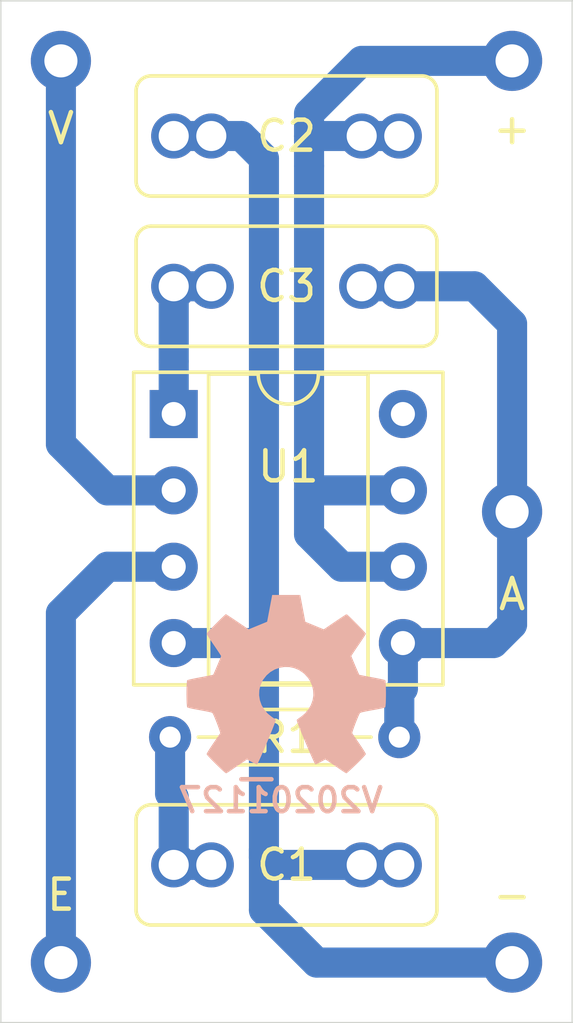
<source format=kicad_pcb>
(kicad_pcb (version 20171130) (host pcbnew 5.1.8-db9833491~87~ubuntu20.04.1)

  (general
    (thickness 1.6)
    (drawings 4)
    (tracks 49)
    (zones 0)
    (modules 12)
    (nets 9)
  )

  (page A4)
  (layers
    (0 F.Cu signal)
    (31 B.Cu signal)
    (32 B.Adhes user)
    (33 F.Adhes user)
    (34 B.Paste user)
    (35 F.Paste user)
    (36 B.SilkS user)
    (37 F.SilkS user)
    (38 B.Mask user)
    (39 F.Mask user)
    (40 Dwgs.User user)
    (41 Cmts.User user)
    (42 Eco1.User user)
    (43 Eco2.User user)
    (44 Edge.Cuts user)
    (45 Margin user)
    (46 B.CrtYd user)
    (47 F.CrtYd user)
    (48 B.Fab user)
    (49 F.Fab user)
  )

  (setup
    (last_trace_width 1)
    (user_trace_width 0.2)
    (user_trace_width 0.3)
    (user_trace_width 0.4)
    (user_trace_width 0.6)
    (user_trace_width 0.8)
    (user_trace_width 1)
    (user_trace_width 1.2)
    (user_trace_width 1.4)
    (user_trace_width 1.6)
    (user_trace_width 2)
    (trace_clearance 0.2)
    (zone_clearance 0.508)
    (zone_45_only no)
    (trace_min 0.1524)
    (via_size 0.8)
    (via_drill 0.4)
    (via_min_size 0.381)
    (via_min_drill 0.254)
    (user_via 0.4 0.254)
    (user_via 0.5 0.3)
    (user_via 0.6 0.4)
    (user_via 0.8 0.6)
    (user_via 1.1 0.8)
    (user_via 1.3 1)
    (user_via 1.5 1.2)
    (user_via 1.7 1.4)
    (user_via 1.9 1.6)
    (user_via 2.5 2)
    (uvia_size 0.3)
    (uvia_drill 0.1)
    (uvias_allowed no)
    (uvia_min_size 0.2)
    (uvia_min_drill 0.1)
    (edge_width 0.05)
    (segment_width 0.2)
    (pcb_text_width 0.3)
    (pcb_text_size 1.5 1.5)
    (mod_edge_width 0.12)
    (mod_text_size 0.8 0.8)
    (mod_text_width 0.12)
    (pad_size 1.524 1.524)
    (pad_drill 0.762)
    (pad_to_mask_clearance 0.0762)
    (solder_mask_min_width 0.1016)
    (pad_to_paste_clearance_ratio -0.1)
    (aux_axis_origin 0 0)
    (visible_elements FFFFFF7F)
    (pcbplotparams
      (layerselection 0x010fc_ffffffff)
      (usegerberextensions false)
      (usegerberattributes true)
      (usegerberadvancedattributes true)
      (creategerberjobfile true)
      (excludeedgelayer true)
      (linewidth 0.100000)
      (plotframeref false)
      (viasonmask false)
      (mode 1)
      (useauxorigin false)
      (hpglpennumber 1)
      (hpglpenspeed 20)
      (hpglpendiameter 15.000000)
      (psnegative false)
      (psa4output false)
      (plotreference true)
      (plotvalue true)
      (plotinvisibletext false)
      (padsonsilk false)
      (subtractmaskfromsilk false)
      (outputformat 1)
      (mirror false)
      (drillshape 1)
      (scaleselection 1)
      (outputdirectory ""))
  )

  (net 0 "")
  (net 1 "Net-(J1-Pad1)")
  (net 2 "Net-(C1-Pad1)")
  (net 3 "Net-(C3-Pad2)")
  (net 4 "Net-(C3-Pad1)")
  (net 5 "Net-(J3-Pad1)")
  (net 6 "Net-(U1-Pad8)")
  (net 7 /GND)
  (net 8 /VCC)

  (net_class Default "This is the default net class."
    (clearance 0.2)
    (trace_width 0.25)
    (via_dia 0.8)
    (via_drill 0.4)
    (uvia_dia 0.3)
    (uvia_drill 0.1)
    (add_net /GND)
    (add_net /VCC)
    (add_net "Net-(C1-Pad1)")
    (add_net "Net-(C3-Pad1)")
    (add_net "Net-(C3-Pad2)")
    (add_net "Net-(J1-Pad1)")
    (add_net "Net-(J3-Pad1)")
    (add_net "Net-(U1-Pad8)")
  )

  (module SquantorRcl:C-050_075-040X100 (layer F.Cu) (tedit 5FBEDBB2) (tstamp 5FBCA283)
    (at 149.5 65.5 180)
    (descr "Through hole Film capacitor multipitch 5.0mm and 7.5mm size 4.0 by 10.0mm")
    (tags "Film capacitor multipitch")
    (path /5FBCDCDE)
    (fp_text reference C2 (at 0 0) (layer F.SilkS)
      (effects (font (size 1 1) (thickness 0.15)))
    )
    (fp_text value 330n (at 0 0) (layer F.Fab)
      (effects (font (size 1 1) (thickness 0.15)))
    )
    (fp_line (start -4.5 2) (end 4.5 2) (layer F.SilkS) (width 0.12))
    (fp_line (start 5 1.5) (end 5 -1.5) (layer F.SilkS) (width 0.12))
    (fp_line (start 4.5 -2) (end -4.5 -2) (layer F.SilkS) (width 0.12))
    (fp_line (start -5 -1.5) (end -5 1.5) (layer F.SilkS) (width 0.12))
    (fp_line (start -5.5 -2.5) (end -5.5 2.5) (layer F.CrtYd) (width 0.025))
    (fp_line (start -5.5 2.5) (end 5.5 2.5) (layer F.CrtYd) (width 0.025))
    (fp_line (start 5.5 2.5) (end 5.5 -2.5) (layer F.CrtYd) (width 0.025))
    (fp_line (start 5.5 -2.5) (end -5.5 -2.5) (layer F.CrtYd) (width 0.025))
    (fp_arc (start -4.5 -1.5) (end -4.5 -2) (angle -90) (layer F.SilkS) (width 0.12))
    (fp_arc (start 4.5 -1.5) (end 5 -1.5) (angle -90) (layer F.SilkS) (width 0.12))
    (fp_arc (start 4.5 1.5) (end 4.5 2) (angle -90) (layer F.SilkS) (width 0.12))
    (fp_arc (start -4.5 1.5) (end -5 1.5) (angle -90) (layer F.SilkS) (width 0.12))
    (pad 2 thru_hole circle (at 3.75 0 180) (size 1.5 1.5) (drill 1) (layers *.Cu *.Mask)
      (net 7 /GND))
    (pad 2 thru_hole circle (at 2.5 0 180) (size 1.5 1.5) (drill 1) (layers *.Cu *.Mask)
      (net 7 /GND))
    (pad 1 thru_hole circle (at -3.75 0 180) (size 1.5 1.5) (drill 1) (layers *.Cu *.Mask)
      (net 8 /VCC))
    (pad 1 thru_hole circle (at -2.5 0 180) (size 1.5 1.5) (drill 1) (layers *.Cu *.Mask)
      (net 8 /VCC))
    (model ${KISYS3DMOD}/Capacitor_THT.3dshapes/C_Rect_L10.0mm_W4.0mm_P7.50mm_FKS3_FKP3.step
      (offset (xyz -3.75 0 0))
      (scale (xyz 1 1 1))
      (rotate (xyz 0 0 0))
    )
    (model ${KISYS3DMOD}/Capacitor_THT.3dshapes/C_Rect_L7.2mm_W3.5mm_P5.00mm_FKS2_FKP2_MKS2_MKP2.step
      (offset (xyz -2.5 0 0))
      (scale (xyz 1 1 1))
      (rotate (xyz 0 0 0))
    )
  )

  (module SquantorRcl:C-050_075-040X100 (layer F.Cu) (tedit 5FBEDBB2) (tstamp 5FBCA299)
    (at 149.5 70.5 180)
    (descr "Through hole Film capacitor multipitch 5.0mm and 7.5mm size 4.0 by 10.0mm")
    (tags "Film capacitor multipitch")
    (path /5FBCFC1E)
    (fp_text reference C3 (at 0 0) (layer F.SilkS)
      (effects (font (size 1 1) (thickness 0.15)))
    )
    (fp_text value 330p (at 0 0) (layer F.Fab)
      (effects (font (size 1 1) (thickness 0.15)))
    )
    (fp_line (start -4.5 2) (end 4.5 2) (layer F.SilkS) (width 0.12))
    (fp_line (start 5 1.5) (end 5 -1.5) (layer F.SilkS) (width 0.12))
    (fp_line (start 4.5 -2) (end -4.5 -2) (layer F.SilkS) (width 0.12))
    (fp_line (start -5 -1.5) (end -5 1.5) (layer F.SilkS) (width 0.12))
    (fp_line (start -5.5 -2.5) (end -5.5 2.5) (layer F.CrtYd) (width 0.025))
    (fp_line (start -5.5 2.5) (end 5.5 2.5) (layer F.CrtYd) (width 0.025))
    (fp_line (start 5.5 2.5) (end 5.5 -2.5) (layer F.CrtYd) (width 0.025))
    (fp_line (start 5.5 -2.5) (end -5.5 -2.5) (layer F.CrtYd) (width 0.025))
    (fp_arc (start -4.5 -1.5) (end -4.5 -2) (angle -90) (layer F.SilkS) (width 0.12))
    (fp_arc (start 4.5 -1.5) (end 5 -1.5) (angle -90) (layer F.SilkS) (width 0.12))
    (fp_arc (start 4.5 1.5) (end 4.5 2) (angle -90) (layer F.SilkS) (width 0.12))
    (fp_arc (start -4.5 1.5) (end -5 1.5) (angle -90) (layer F.SilkS) (width 0.12))
    (pad 2 thru_hole circle (at 3.75 0 180) (size 1.5 1.5) (drill 1) (layers *.Cu *.Mask)
      (net 3 "Net-(C3-Pad2)"))
    (pad 2 thru_hole circle (at 2.5 0 180) (size 1.5 1.5) (drill 1) (layers *.Cu *.Mask)
      (net 3 "Net-(C3-Pad2)"))
    (pad 1 thru_hole circle (at -3.75 0 180) (size 1.5 1.5) (drill 1) (layers *.Cu *.Mask)
      (net 4 "Net-(C3-Pad1)"))
    (pad 1 thru_hole circle (at -2.5 0 180) (size 1.5 1.5) (drill 1) (layers *.Cu *.Mask)
      (net 4 "Net-(C3-Pad1)"))
    (model ${KISYS3DMOD}/Capacitor_THT.3dshapes/C_Rect_L10.0mm_W4.0mm_P7.50mm_FKS3_FKP3.step
      (offset (xyz -3.75 0 0))
      (scale (xyz 1 1 1))
      (rotate (xyz 0 0 0))
    )
    (model ${KISYS3DMOD}/Capacitor_THT.3dshapes/C_Rect_L7.2mm_W3.5mm_P5.00mm_FKS2_FKP2_MKS2_MKP2.step
      (offset (xyz -2.5 0 0))
      (scale (xyz 1 1 1))
      (rotate (xyz 0 0 0))
    )
  )

  (module SquantorRcl:C-050_075-040X100 (layer F.Cu) (tedit 5FBEDBB2) (tstamp 5FBCA26D)
    (at 149.5 89.75)
    (descr "Through hole Film capacitor multipitch 5.0mm and 7.5mm size 4.0 by 10.0mm")
    (tags "Film capacitor multipitch")
    (path /5FBDD6BB)
    (fp_text reference C1 (at 0 0) (layer F.SilkS)
      (effects (font (size 1 1) (thickness 0.15)))
    )
    (fp_text value 330n (at 0 0) (layer F.Fab)
      (effects (font (size 1 1) (thickness 0.15)))
    )
    (fp_line (start -4.5 2) (end 4.5 2) (layer F.SilkS) (width 0.12))
    (fp_line (start 5 1.5) (end 5 -1.5) (layer F.SilkS) (width 0.12))
    (fp_line (start 4.5 -2) (end -4.5 -2) (layer F.SilkS) (width 0.12))
    (fp_line (start -5 -1.5) (end -5 1.5) (layer F.SilkS) (width 0.12))
    (fp_line (start -5.5 -2.5) (end -5.5 2.5) (layer F.CrtYd) (width 0.025))
    (fp_line (start -5.5 2.5) (end 5.5 2.5) (layer F.CrtYd) (width 0.025))
    (fp_line (start 5.5 2.5) (end 5.5 -2.5) (layer F.CrtYd) (width 0.025))
    (fp_line (start 5.5 -2.5) (end -5.5 -2.5) (layer F.CrtYd) (width 0.025))
    (fp_arc (start -4.5 -1.5) (end -4.5 -2) (angle -90) (layer F.SilkS) (width 0.12))
    (fp_arc (start 4.5 -1.5) (end 5 -1.5) (angle -90) (layer F.SilkS) (width 0.12))
    (fp_arc (start 4.5 1.5) (end 4.5 2) (angle -90) (layer F.SilkS) (width 0.12))
    (fp_arc (start -4.5 1.5) (end -5 1.5) (angle -90) (layer F.SilkS) (width 0.12))
    (pad 2 thru_hole circle (at 3.75 0) (size 1.5 1.5) (drill 1) (layers *.Cu *.Mask)
      (net 7 /GND))
    (pad 2 thru_hole circle (at 2.5 0) (size 1.5 1.5) (drill 1) (layers *.Cu *.Mask)
      (net 7 /GND))
    (pad 1 thru_hole circle (at -3.75 0) (size 1.5 1.5) (drill 1) (layers *.Cu *.Mask)
      (net 2 "Net-(C1-Pad1)"))
    (pad 1 thru_hole circle (at -2.5 0) (size 1.5 1.5) (drill 1) (layers *.Cu *.Mask)
      (net 2 "Net-(C1-Pad1)"))
    (model ${KISYS3DMOD}/Capacitor_THT.3dshapes/C_Rect_L10.0mm_W4.0mm_P7.50mm_FKS3_FKP3.step
      (offset (xyz -3.75 0 0))
      (scale (xyz 1 1 1))
      (rotate (xyz 0 0 0))
    )
    (model ${KISYS3DMOD}/Capacitor_THT.3dshapes/C_Rect_L7.2mm_W3.5mm_P5.00mm_FKS2_FKP2_MKS2_MKP2.step
      (offset (xyz -2.5 0 0))
      (scale (xyz 1 1 1))
      (rotate (xyz 0 0 0))
    )
  )

  (module Resistor_THT:R_Axial_DIN0204_L3.6mm_D1.6mm_P7.62mm_Horizontal (layer F.Cu) (tedit 5AE5139B) (tstamp 5FBCB33E)
    (at 153.25 85.5 180)
    (descr "Resistor, Axial_DIN0204 series, Axial, Horizontal, pin pitch=7.62mm, 0.167W, length*diameter=3.6*1.6mm^2, http://cdn-reichelt.de/documents/datenblatt/B400/1_4W%23YAG.pdf")
    (tags "Resistor Axial_DIN0204 series Axial Horizontal pin pitch 7.62mm 0.167W length 3.6mm diameter 1.6mm")
    (path /5FBDE072)
    (fp_text reference R1 (at 3.75 0) (layer F.SilkS)
      (effects (font (size 1 1) (thickness 0.15)))
    )
    (fp_text value 1 (at 3.81 1.92) (layer F.Fab)
      (effects (font (size 1 1) (thickness 0.15)))
    )
    (fp_line (start 2.01 -0.8) (end 2.01 0.8) (layer F.Fab) (width 0.1))
    (fp_line (start 2.01 0.8) (end 5.61 0.8) (layer F.Fab) (width 0.1))
    (fp_line (start 5.61 0.8) (end 5.61 -0.8) (layer F.Fab) (width 0.1))
    (fp_line (start 5.61 -0.8) (end 2.01 -0.8) (layer F.Fab) (width 0.1))
    (fp_line (start 0 0) (end 2.01 0) (layer F.Fab) (width 0.1))
    (fp_line (start 7.62 0) (end 5.61 0) (layer F.Fab) (width 0.1))
    (fp_line (start 1.89 -0.92) (end 1.89 0.92) (layer F.SilkS) (width 0.12))
    (fp_line (start 1.89 0.92) (end 5.73 0.92) (layer F.SilkS) (width 0.12))
    (fp_line (start 5.73 0.92) (end 5.73 -0.92) (layer F.SilkS) (width 0.12))
    (fp_line (start 5.73 -0.92) (end 1.89 -0.92) (layer F.SilkS) (width 0.12))
    (fp_line (start 0.94 0) (end 1.89 0) (layer F.SilkS) (width 0.12))
    (fp_line (start 6.68 0) (end 5.73 0) (layer F.SilkS) (width 0.12))
    (fp_line (start -0.95 -1.05) (end -0.95 1.05) (layer F.CrtYd) (width 0.05))
    (fp_line (start -0.95 1.05) (end 8.57 1.05) (layer F.CrtYd) (width 0.05))
    (fp_line (start 8.57 1.05) (end 8.57 -1.05) (layer F.CrtYd) (width 0.05))
    (fp_line (start 8.57 -1.05) (end -0.95 -1.05) (layer F.CrtYd) (width 0.05))
    (fp_text user %R (at 3.81 0) (layer F.Fab)
      (effects (font (size 0.72 0.72) (thickness 0.108)))
    )
    (pad 2 thru_hole oval (at 7.62 0 180) (size 1.4 1.4) (drill 0.7) (layers *.Cu *.Mask)
      (net 2 "Net-(C1-Pad1)"))
    (pad 1 thru_hole circle (at 0 0 180) (size 1.4 1.4) (drill 0.7) (layers *.Cu *.Mask)
      (net 4 "Net-(C3-Pad1)"))
    (model ${KISYS3DMOD}/Resistor_THT.3dshapes/R_Axial_DIN0204_L3.6mm_D1.6mm_P7.62mm_Horizontal.wrl
      (at (xyz 0 0 0))
      (scale (xyz 1 1 1))
      (rotate (xyz 0 0 0))
    )
  )

  (module Package_DIP:DIP-8_W7.62mm_Socket (layer F.Cu) (tedit 5A02E8C5) (tstamp 5FBCA404)
    (at 145.75 74.75)
    (descr "8-lead though-hole mounted DIP package, row spacing 7.62 mm (300 mils), Socket")
    (tags "THT DIP DIL PDIP 2.54mm 7.62mm 300mil Socket")
    (path /5FBCB5FF)
    (fp_text reference U1 (at 3.81 1.75) (layer F.SilkS)
      (effects (font (size 1 1) (thickness 0.15)))
    )
    (fp_text value TBA820M (at 3.75 3.75) (layer F.Fab)
      (effects (font (size 1 1) (thickness 0.15)))
    )
    (fp_line (start 1.635 -1.27) (end 6.985 -1.27) (layer F.Fab) (width 0.1))
    (fp_line (start 6.985 -1.27) (end 6.985 8.89) (layer F.Fab) (width 0.1))
    (fp_line (start 6.985 8.89) (end 0.635 8.89) (layer F.Fab) (width 0.1))
    (fp_line (start 0.635 8.89) (end 0.635 -0.27) (layer F.Fab) (width 0.1))
    (fp_line (start 0.635 -0.27) (end 1.635 -1.27) (layer F.Fab) (width 0.1))
    (fp_line (start -1.27 -1.33) (end -1.27 8.95) (layer F.Fab) (width 0.1))
    (fp_line (start -1.27 8.95) (end 8.89 8.95) (layer F.Fab) (width 0.1))
    (fp_line (start 8.89 8.95) (end 8.89 -1.33) (layer F.Fab) (width 0.1))
    (fp_line (start 8.89 -1.33) (end -1.27 -1.33) (layer F.Fab) (width 0.1))
    (fp_line (start 2.81 -1.33) (end 1.16 -1.33) (layer F.SilkS) (width 0.12))
    (fp_line (start 1.16 -1.33) (end 1.16 8.95) (layer F.SilkS) (width 0.12))
    (fp_line (start 1.16 8.95) (end 6.46 8.95) (layer F.SilkS) (width 0.12))
    (fp_line (start 6.46 8.95) (end 6.46 -1.33) (layer F.SilkS) (width 0.12))
    (fp_line (start 6.46 -1.33) (end 4.81 -1.33) (layer F.SilkS) (width 0.12))
    (fp_line (start -1.33 -1.39) (end -1.33 9.01) (layer F.SilkS) (width 0.12))
    (fp_line (start -1.33 9.01) (end 8.95 9.01) (layer F.SilkS) (width 0.12))
    (fp_line (start 8.95 9.01) (end 8.95 -1.39) (layer F.SilkS) (width 0.12))
    (fp_line (start 8.95 -1.39) (end -1.33 -1.39) (layer F.SilkS) (width 0.12))
    (fp_line (start -1.55 -1.6) (end -1.55 9.2) (layer F.CrtYd) (width 0.05))
    (fp_line (start -1.55 9.2) (end 9.15 9.2) (layer F.CrtYd) (width 0.05))
    (fp_line (start 9.15 9.2) (end 9.15 -1.6) (layer F.CrtYd) (width 0.05))
    (fp_line (start 9.15 -1.6) (end -1.55 -1.6) (layer F.CrtYd) (width 0.05))
    (fp_text user %R (at 3.81 3.81) (layer F.Fab)
      (effects (font (size 1 1) (thickness 0.15)))
    )
    (fp_arc (start 3.81 -1.33) (end 2.81 -1.33) (angle -180) (layer F.SilkS) (width 0.12))
    (pad 8 thru_hole oval (at 7.62 0) (size 1.6 1.6) (drill 0.8) (layers *.Cu *.Mask)
      (net 6 "Net-(U1-Pad8)"))
    (pad 4 thru_hole oval (at 0 7.62) (size 1.6 1.6) (drill 0.8) (layers *.Cu *.Mask)
      (net 7 /GND))
    (pad 7 thru_hole oval (at 7.62 2.54) (size 1.6 1.6) (drill 0.8) (layers *.Cu *.Mask)
      (net 8 /VCC))
    (pad 3 thru_hole oval (at 0 5.08) (size 1.6 1.6) (drill 0.8) (layers *.Cu *.Mask)
      (net 5 "Net-(J3-Pad1)"))
    (pad 6 thru_hole oval (at 7.62 5.08) (size 1.6 1.6) (drill 0.8) (layers *.Cu *.Mask)
      (net 8 /VCC))
    (pad 2 thru_hole oval (at 0 2.54) (size 1.6 1.6) (drill 0.8) (layers *.Cu *.Mask)
      (net 1 "Net-(J1-Pad1)"))
    (pad 5 thru_hole oval (at 7.62 7.62) (size 1.6 1.6) (drill 0.8) (layers *.Cu *.Mask)
      (net 4 "Net-(C3-Pad1)"))
    (pad 1 thru_hole rect (at 0 0) (size 1.6 1.6) (drill 0.8) (layers *.Cu *.Mask)
      (net 3 "Net-(C3-Pad2)"))
    (model ${KISYS3DMOD}/Package_DIP.3dshapes/DIP-8_W7.62mm_Socket.wrl
      (at (xyz 0 0 0))
      (scale (xyz 1 1 1))
      (rotate (xyz 0 0 0))
    )
  )

  (module mill-max:PC_pin_nail_head_6092 locked (layer F.Cu) (tedit 5FB583BD) (tstamp 5FB6EAD7)
    (at 157 63)
    (path /5FB6F255)
    (fp_text reference J6 (at 0 2.5) (layer F.Fab)
      (effects (font (size 1 1) (thickness 0.15)))
    )
    (fp_text value + (at 0 2.25) (layer F.SilkS)
      (effects (font (size 1 1) (thickness 0.15)))
    )
    (fp_circle (center 0 0) (end 1.3 0) (layer F.CrtYd) (width 0.025))
    (fp_circle (center 0 0) (end 1.3 0) (layer B.CrtYd) (width 0.025))
    (pad 1 thru_hole circle (at 0 0) (size 2 2) (drill 1.1) (layers *.Cu *.Mask)
      (net 8 /VCC))
  )

  (module mill-max:PC_pin_nail_head_6092 locked (layer F.Cu) (tedit 5FB583BD) (tstamp 5FB6EAD0)
    (at 157 78)
    (path /5FB6ECA4)
    (fp_text reference J5 (at 0 2.75) (layer F.Fab)
      (effects (font (size 1 1) (thickness 0.15)))
    )
    (fp_text value A (at 0 2.75) (layer F.SilkS)
      (effects (font (size 1 1) (thickness 0.15)))
    )
    (fp_circle (center 0 0) (end 1.3 0) (layer F.CrtYd) (width 0.025))
    (fp_circle (center 0 0) (end 1.3 0) (layer B.CrtYd) (width 0.025))
    (pad 1 thru_hole circle (at 0 0) (size 2 2) (drill 1.1) (layers *.Cu *.Mask)
      (net 4 "Net-(C3-Pad1)"))
  )

  (module mill-max:PC_pin_nail_head_6092 locked (layer F.Cu) (tedit 5FB583BD) (tstamp 5FB6EB0F)
    (at 157 93)
    (path /5FB5975F)
    (fp_text reference J4 (at 0 -2.25) (layer F.Fab)
      (effects (font (size 1 1) (thickness 0.15)))
    )
    (fp_text value - (at 0 -2.25) (layer F.SilkS)
      (effects (font (size 1 1) (thickness 0.15)))
    )
    (fp_circle (center 0 0) (end 1.3 0) (layer B.CrtYd) (width 0.025))
    (fp_circle (center 0 0) (end 1.3 0) (layer F.CrtYd) (width 0.025))
    (pad 1 thru_hole circle (at 0 0) (size 2 2) (drill 1.1) (layers *.Cu *.Mask)
      (net 7 /GND))
  )

  (module mill-max:PC_pin_nail_head_6092 locked (layer F.Cu) (tedit 5FB583BD) (tstamp 5FB5E4C2)
    (at 142 93)
    (path /5FB592C5)
    (fp_text reference J3 (at 0 -2.25) (layer F.Fab)
      (effects (font (size 1 1) (thickness 0.15)))
    )
    (fp_text value E (at 0 -2.25) (layer F.SilkS)
      (effects (font (size 1 1) (thickness 0.15)))
    )
    (fp_circle (center 0 0) (end 1.3 0) (layer B.CrtYd) (width 0.025))
    (fp_circle (center 0 0) (end 1.3 0) (layer F.CrtYd) (width 0.025))
    (pad 1 thru_hole circle (at 0 0) (size 2 2) (drill 1.1) (layers *.Cu *.Mask)
      (net 5 "Net-(J3-Pad1)"))
  )

  (module mill-max:PC_pin_nail_head_6092 locked (layer F.Cu) (tedit 5FB583BD) (tstamp 5FB5E4B4)
    (at 142 63)
    (path /5FB58B49)
    (fp_text reference J1 (at 0 2.25) (layer F.Fab)
      (effects (font (size 1 1) (thickness 0.15)))
    )
    (fp_text value V (at 0 2.25) (layer F.SilkS)
      (effects (font (size 1 1) (thickness 0.15)))
    )
    (fp_circle (center 0 0) (end 1.3 0) (layer B.CrtYd) (width 0.025))
    (fp_circle (center 0 0) (end 1.3 0) (layer F.CrtYd) (width 0.025))
    (pad 1 thru_hole circle (at 0 0) (size 2 2) (drill 1.1) (layers *.Cu *.Mask)
      (net 1 "Net-(J1-Pad1)"))
  )

  (module Symbol:OSHW-Symbol_6.7x6mm_SilkScreen (layer B.Cu) (tedit 0) (tstamp 5EE12086)
    (at 149.5 83.75 180)
    (descr "Open Source Hardware Symbol")
    (tags "Logo Symbol OSHW")
    (path /5EE13678)
    (attr virtual)
    (fp_text reference N2 (at 0 0) (layer B.SilkS) hide
      (effects (font (size 1 1) (thickness 0.15)) (justify mirror))
    )
    (fp_text value OHWLOGO (at 0.75 0) (layer B.Fab) hide
      (effects (font (size 1 1) (thickness 0.15)) (justify mirror))
    )
    (fp_poly (pts (xy 0.555814 2.531069) (xy 0.639635 2.086445) (xy 0.94892 1.958947) (xy 1.258206 1.831449)
      (xy 1.629246 2.083754) (xy 1.733157 2.154004) (xy 1.827087 2.216728) (xy 1.906652 2.269062)
      (xy 1.96747 2.308143) (xy 2.005157 2.331107) (xy 2.015421 2.336058) (xy 2.03391 2.323324)
      (xy 2.07342 2.288118) (xy 2.129522 2.234938) (xy 2.197787 2.168282) (xy 2.273786 2.092646)
      (xy 2.353092 2.012528) (xy 2.431275 1.932426) (xy 2.503907 1.856836) (xy 2.566559 1.790255)
      (xy 2.614803 1.737182) (xy 2.64421 1.702113) (xy 2.651241 1.690377) (xy 2.641123 1.66874)
      (xy 2.612759 1.621338) (xy 2.569129 1.552807) (xy 2.513218 1.467785) (xy 2.448006 1.370907)
      (xy 2.410219 1.31565) (xy 2.341343 1.214752) (xy 2.28014 1.123701) (xy 2.229578 1.04703)
      (xy 2.192628 0.989272) (xy 2.172258 0.954957) (xy 2.169197 0.947746) (xy 2.176136 0.927252)
      (xy 2.195051 0.879487) (xy 2.223087 0.811168) (xy 2.257391 0.729011) (xy 2.295109 0.63973)
      (xy 2.333387 0.550042) (xy 2.36937 0.466662) (xy 2.400206 0.396306) (xy 2.423039 0.34569)
      (xy 2.435017 0.321529) (xy 2.435724 0.320578) (xy 2.454531 0.315964) (xy 2.504618 0.305672)
      (xy 2.580793 0.290713) (xy 2.677865 0.272099) (xy 2.790643 0.250841) (xy 2.856442 0.238582)
      (xy 2.97695 0.215638) (xy 3.085797 0.193805) (xy 3.177476 0.174278) (xy 3.246481 0.158252)
      (xy 3.287304 0.146921) (xy 3.295511 0.143326) (xy 3.303548 0.118994) (xy 3.310033 0.064041)
      (xy 3.31497 -0.015108) (xy 3.318364 -0.112026) (xy 3.320218 -0.220287) (xy 3.320538 -0.333465)
      (xy 3.319327 -0.445135) (xy 3.31659 -0.548868) (xy 3.312331 -0.638241) (xy 3.306555 -0.706826)
      (xy 3.299267 -0.748197) (xy 3.294895 -0.75681) (xy 3.268764 -0.767133) (xy 3.213393 -0.781892)
      (xy 3.136107 -0.799352) (xy 3.04423 -0.81778) (xy 3.012158 -0.823741) (xy 2.857524 -0.852066)
      (xy 2.735375 -0.874876) (xy 2.641673 -0.89308) (xy 2.572384 -0.907583) (xy 2.523471 -0.919292)
      (xy 2.490897 -0.929115) (xy 2.470628 -0.937956) (xy 2.458626 -0.946724) (xy 2.456947 -0.948457)
      (xy 2.440184 -0.976371) (xy 2.414614 -1.030695) (xy 2.382788 -1.104777) (xy 2.34726 -1.191965)
      (xy 2.310583 -1.285608) (xy 2.275311 -1.379052) (xy 2.243996 -1.465647) (xy 2.219193 -1.53874)
      (xy 2.203454 -1.591678) (xy 2.199332 -1.617811) (xy 2.199676 -1.618726) (xy 2.213641 -1.640086)
      (xy 2.245322 -1.687084) (xy 2.291391 -1.754827) (xy 2.348518 -1.838423) (xy 2.413373 -1.932982)
      (xy 2.431843 -1.959854) (xy 2.497699 -2.057275) (xy 2.55565 -2.146163) (xy 2.602538 -2.221412)
      (xy 2.635207 -2.27792) (xy 2.6505 -2.310581) (xy 2.651241 -2.314593) (xy 2.638392 -2.335684)
      (xy 2.602888 -2.377464) (xy 2.549293 -2.435445) (xy 2.482171 -2.505135) (xy 2.406087 -2.582045)
      (xy 2.325604 -2.661683) (xy 2.245287 -2.739561) (xy 2.169699 -2.811186) (xy 2.103405 -2.87207)
      (xy 2.050969 -2.917721) (xy 2.016955 -2.94365) (xy 2.007545 -2.947883) (xy 1.985643 -2.937912)
      (xy 1.9408 -2.91102) (xy 1.880321 -2.871736) (xy 1.833789 -2.840117) (xy 1.749475 -2.782098)
      (xy 1.649626 -2.713784) (xy 1.549473 -2.645579) (xy 1.495627 -2.609075) (xy 1.313371 -2.4858)
      (xy 1.160381 -2.56852) (xy 1.090682 -2.604759) (xy 1.031414 -2.632926) (xy 0.991311 -2.648991)
      (xy 0.981103 -2.651226) (xy 0.968829 -2.634722) (xy 0.944613 -2.588082) (xy 0.910263 -2.515609)
      (xy 0.867588 -2.421606) (xy 0.818394 -2.310374) (xy 0.76449 -2.186215) (xy 0.707684 -2.053432)
      (xy 0.649782 -1.916327) (xy 0.592593 -1.779202) (xy 0.537924 -1.646358) (xy 0.487584 -1.522098)
      (xy 0.44338 -1.410725) (xy 0.407119 -1.316539) (xy 0.380609 -1.243844) (xy 0.365658 -1.196941)
      (xy 0.363254 -1.180833) (xy 0.382311 -1.160286) (xy 0.424036 -1.126933) (xy 0.479706 -1.087702)
      (xy 0.484378 -1.084599) (xy 0.628264 -0.969423) (xy 0.744283 -0.835053) (xy 0.83143 -0.685784)
      (xy 0.888699 -0.525913) (xy 0.915086 -0.359737) (xy 0.909585 -0.191552) (xy 0.87119 -0.025655)
      (xy 0.798895 0.133658) (xy 0.777626 0.168513) (xy 0.666996 0.309263) (xy 0.536302 0.422286)
      (xy 0.390064 0.506997) (xy 0.232808 0.562806) (xy 0.069057 0.589126) (xy -0.096667 0.58537)
      (xy -0.259838 0.55095) (xy -0.415935 0.485277) (xy -0.560433 0.387765) (xy -0.605131 0.348187)
      (xy -0.718888 0.224297) (xy -0.801782 0.093876) (xy -0.858644 -0.052315) (xy -0.890313 -0.197088)
      (xy -0.898131 -0.35986) (xy -0.872062 -0.52344) (xy -0.814755 -0.682298) (xy -0.728856 -0.830906)
      (xy -0.617014 -0.963735) (xy -0.481877 -1.075256) (xy -0.464117 -1.087011) (xy -0.40785 -1.125508)
      (xy -0.365077 -1.158863) (xy -0.344628 -1.18016) (xy -0.344331 -1.180833) (xy -0.348721 -1.203871)
      (xy -0.366124 -1.256157) (xy -0.394732 -1.33339) (xy -0.432735 -1.431268) (xy -0.478326 -1.545491)
      (xy -0.529697 -1.671758) (xy -0.585038 -1.805767) (xy -0.642542 -1.943218) (xy -0.700399 -2.079808)
      (xy -0.756802 -2.211237) (xy -0.809942 -2.333205) (xy -0.85801 -2.441409) (xy -0.899199 -2.531549)
      (xy -0.931699 -2.599323) (xy -0.953703 -2.64043) (xy -0.962564 -2.651226) (xy -0.98964 -2.642819)
      (xy -1.040303 -2.620272) (xy -1.105817 -2.587613) (xy -1.141841 -2.56852) (xy -1.294832 -2.4858)
      (xy -1.477088 -2.609075) (xy -1.570125 -2.672228) (xy -1.671985 -2.741727) (xy -1.767438 -2.807165)
      (xy -1.81525 -2.840117) (xy -1.882495 -2.885273) (xy -1.939436 -2.921057) (xy -1.978646 -2.942938)
      (xy -1.991381 -2.947563) (xy -2.009917 -2.935085) (xy -2.050941 -2.900252) (xy -2.110475 -2.846678)
      (xy -2.184542 -2.777983) (xy -2.269165 -2.697781) (xy -2.322685 -2.646286) (xy -2.416319 -2.554286)
      (xy -2.497241 -2.471999) (xy -2.562177 -2.402945) (xy -2.607858 -2.350644) (xy -2.631011 -2.318616)
      (xy -2.633232 -2.312116) (xy -2.622924 -2.287394) (xy -2.594439 -2.237405) (xy -2.550937 -2.167212)
      (xy -2.495577 -2.081875) (xy -2.43152 -1.986456) (xy -2.413303 -1.959854) (xy -2.346927 -1.863167)
      (xy -2.287378 -1.776117) (xy -2.237984 -1.703595) (xy -2.202075 -1.650493) (xy -2.182981 -1.621703)
      (xy -2.181136 -1.618726) (xy -2.183895 -1.595782) (xy -2.198538 -1.545336) (xy -2.222513 -1.474041)
      (xy -2.253266 -1.388547) (xy -2.288244 -1.295507) (xy -2.324893 -1.201574) (xy -2.360661 -1.113399)
      (xy -2.392994 -1.037634) (xy -2.419338 -0.980931) (xy -2.437142 -0.949943) (xy -2.438407 -0.948457)
      (xy -2.449294 -0.939601) (xy -2.467682 -0.930843) (xy -2.497606 -0.921277) (xy -2.543103 -0.909996)
      (xy -2.608209 -0.896093) (xy -2.696961 -0.878663) (xy -2.813393 -0.856798) (xy -2.961542 -0.829591)
      (xy -2.993618 -0.823741) (xy -3.088686 -0.805374) (xy -3.171565 -0.787405) (xy -3.23493 -0.771569)
      (xy -3.271458 -0.7596) (xy -3.276356 -0.75681) (xy -3.284427 -0.732072) (xy -3.290987 -0.67679)
      (xy -3.296033 -0.597389) (xy -3.299559 -0.500296) (xy -3.301561 -0.391938) (xy -3.302036 -0.27874)
      (xy -3.300977 -0.167128) (xy -3.298382 -0.063529) (xy -3.294246 0.025632) (xy -3.288563 0.093928)
      (xy -3.281331 0.134934) (xy -3.276971 0.143326) (xy -3.252698 0.151792) (xy -3.197426 0.165565)
      (xy -3.116662 0.18345) (xy -3.015912 0.204252) (xy -2.900683 0.226777) (xy -2.837902 0.238582)
      (xy -2.718787 0.260849) (xy -2.612565 0.281021) (xy -2.524427 0.298085) (xy -2.459566 0.311031)
      (xy -2.423174 0.318845) (xy -2.417184 0.320578) (xy -2.407061 0.34011) (xy -2.385662 0.387157)
      (xy -2.355839 0.454997) (xy -2.320445 0.536909) (xy -2.282332 0.626172) (xy -2.244353 0.716065)
      (xy -2.20936 0.799865) (xy -2.180206 0.870853) (xy -2.159743 0.922306) (xy -2.150823 0.947503)
      (xy -2.150657 0.948604) (xy -2.160769 0.968481) (xy -2.189117 1.014223) (xy -2.232723 1.081283)
      (xy -2.288606 1.165116) (xy -2.353787 1.261174) (xy -2.391679 1.31635) (xy -2.460725 1.417519)
      (xy -2.52205 1.50937) (xy -2.572663 1.587256) (xy -2.609571 1.646531) (xy -2.629782 1.682549)
      (xy -2.632701 1.690623) (xy -2.620153 1.709416) (xy -2.585463 1.749543) (xy -2.533063 1.806507)
      (xy -2.467384 1.875815) (xy -2.392856 1.952969) (xy -2.313913 2.033475) (xy -2.234983 2.112837)
      (xy -2.1605 2.18656) (xy -2.094894 2.250148) (xy -2.042596 2.299106) (xy -2.008039 2.328939)
      (xy -1.996478 2.336058) (xy -1.977654 2.326047) (xy -1.932631 2.297922) (xy -1.865787 2.254546)
      (xy -1.781499 2.198782) (xy -1.684144 2.133494) (xy -1.610707 2.083754) (xy -1.239667 1.831449)
      (xy -0.621095 2.086445) (xy -0.537275 2.531069) (xy -0.453454 2.975693) (xy 0.471994 2.975693)
      (xy 0.555814 2.531069)) (layer B.SilkS) (width 0.01))
  )

  (module SquantorLabels:Label_Generic (layer B.Cu) (tedit 5D8A7D4C) (tstamp 5FB6ED34)
    (at 148.5 87.5)
    (descr "Label for general purpose use")
    (tags Label)
    (path /5EE12BF3)
    (attr smd)
    (fp_text reference N1 (at 0 -1.85) (layer B.Fab) hide
      (effects (font (size 1 1) (thickness 0.15)) (justify mirror))
    )
    (fp_text value V20201127 (at 0.8 0.1) (layer B.SilkS)
      (effects (font (size 0.8 0.8) (thickness 0.15)) (justify mirror))
    )
    (fp_line (start -0.5 -0.6) (end 0.5 -0.6) (layer B.SilkS) (width 0.15))
  )

  (gr_line (start 159 61) (end 140 61) (layer Edge.Cuts) (width 0.05) (tstamp 5FB5E506))
  (gr_line (start 159 61) (end 159 95) (layer Edge.Cuts) (width 0.05) (tstamp 5FB5E4FA))
  (gr_line (start 140 95) (end 159 95) (layer Edge.Cuts) (width 0.05) (tstamp 5FB5E4F5))
  (gr_line (start 140 95) (end 140 61) (layer Edge.Cuts) (width 0.05))

  (segment (start 145.75 77.29) (end 143.54 77.29) (width 1) (layer B.Cu) (net 1))
  (segment (start 142 75.75) (end 142 63) (width 1) (layer B.Cu) (net 1))
  (segment (start 143.54 77.29) (end 142 75.75) (width 1) (layer B.Cu) (net 1))
  (segment (start 157 93) (end 150.5 93) (width 1) (layer B.Cu) (net 7))
  (segment (start 150.5 93) (end 148.75 91.25) (width 1) (layer B.Cu) (net 7))
  (segment (start 148.63 82.37) (end 148.75 82.25) (width 1) (layer B.Cu) (net 7))
  (segment (start 145.75 82.37) (end 148.63 82.37) (width 1) (layer B.Cu) (net 7))
  (segment (start 148.75 89.25) (end 148.75 82.25) (width 1) (layer B.Cu) (net 7))
  (segment (start 148.75 91.25) (end 148.75 89.25) (width 1) (layer B.Cu) (net 7))
  (segment (start 153.25 89.75) (end 152 89.75) (width 1) (layer B.Cu) (net 7))
  (segment (start 148.75 89.5) (end 148.75 89.25) (width 1) (layer B.Cu) (net 7))
  (segment (start 149 89.75) (end 148.75 89.5) (width 1) (layer B.Cu) (net 7))
  (segment (start 152 89.75) (end 149 89.75) (width 1) (layer B.Cu) (net 7))
  (segment (start 145.63 85.5) (end 145.63 87.38) (width 1) (layer B.Cu) (net 2))
  (segment (start 145.75 87.5) (end 145.75 89.75) (width 1) (layer B.Cu) (net 2))
  (segment (start 145.63 87.38) (end 145.75 87.5) (width 1) (layer B.Cu) (net 2))
  (segment (start 145.75 89.75) (end 147 89.75) (width 1) (layer B.Cu) (net 2))
  (segment (start 147 70.5) (end 145.75 70.5) (width 1) (layer B.Cu) (net 3))
  (segment (start 145.75 74.75) (end 145.75 73) (width 1) (layer B.Cu) (net 3))
  (segment (start 145.75 73) (end 145.75 70.5) (width 1) (layer B.Cu) (net 3))
  (segment (start 157 63) (end 152 63) (width 1) (layer B.Cu) (net 8))
  (segment (start 152 63) (end 150.25 64.75) (width 1) (layer B.Cu) (net 8))
  (segment (start 150.29 77.29) (end 150.25 77.25) (width 1) (layer B.Cu) (net 8))
  (segment (start 153.37 77.29) (end 150.29 77.29) (width 1) (layer B.Cu) (net 8))
  (segment (start 150.25 66.5) (end 150.25 77.25) (width 1) (layer B.Cu) (net 8))
  (segment (start 151.33 79.83) (end 153.37 79.83) (width 1) (layer B.Cu) (net 8))
  (segment (start 150.25 78.75) (end 151.33 79.83) (width 1) (layer B.Cu) (net 8))
  (segment (start 150.25 77.25) (end 150.25 78.75) (width 1) (layer B.Cu) (net 8))
  (segment (start 153.37 82.37) (end 156.38 82.37) (width 1) (layer B.Cu) (net 4))
  (segment (start 157 81.75) (end 157 78) (width 1) (layer B.Cu) (net 4))
  (segment (start 156.38 82.37) (end 157 81.75) (width 1) (layer B.Cu) (net 4))
  (segment (start 153.37 82.37) (end 153.37 83.88) (width 1) (layer B.Cu) (net 4))
  (segment (start 153.25 84) (end 153.25 85.5) (width 1) (layer B.Cu) (net 4))
  (segment (start 153.37 83.88) (end 153.25 84) (width 1) (layer B.Cu) (net 4))
  (segment (start 153.25 70.5) (end 152 70.5) (width 1) (layer B.Cu) (net 4))
  (segment (start 157 71.75) (end 157 78) (width 1) (layer B.Cu) (net 4))
  (segment (start 155.75 70.5) (end 157 71.75) (width 1) (layer B.Cu) (net 4))
  (segment (start 153.25 70.5) (end 155.75 70.5) (width 1) (layer B.Cu) (net 4))
  (segment (start 142 81.375) (end 142 93) (width 1) (layer B.Cu) (net 5))
  (segment (start 143.545 79.83) (end 142 81.375) (width 1) (layer B.Cu) (net 5))
  (segment (start 145.75 79.83) (end 143.545 79.83) (width 1) (layer B.Cu) (net 5))
  (segment (start 147 65.5) (end 145.75 65.5) (width 1) (layer B.Cu) (net 7))
  (segment (start 148 65.5) (end 147 65.5) (width 1) (layer B.Cu) (net 7))
  (segment (start 148.75 66.25) (end 148 65.5) (width 1) (layer B.Cu) (net 7))
  (segment (start 148.75 82.25) (end 148.75 66.25) (width 1) (layer B.Cu) (net 7))
  (segment (start 153.25 65.5) (end 152 65.5) (width 1) (layer B.Cu) (net 8))
  (segment (start 152 65.5) (end 150.25 65.5) (width 1) (layer B.Cu) (net 8))
  (segment (start 150.25 65.5) (end 150.25 66.5) (width 1) (layer B.Cu) (net 8))
  (segment (start 150.25 64.75) (end 150.25 65.5) (width 1) (layer B.Cu) (net 8))

)

</source>
